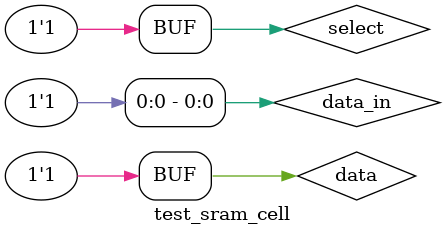
<source format=v>
module test_sram_cell;
   reg data;
   reg select;

   wire [1:0] data_in;
   wire data_out;

   assign data_in[0] = data;
   gate_not inv_data(data_in[1], data);
   sram_cell cell1 (data_out, data_in, select);

   initial
     begin
	$dumpfile("signal_test_sram_cell.vcd");
        $dumpvars;
        $display("\t\ttime, \tdata_out, \tdata, \tselect");
        $monitor("%d \t%b\t\t%b\t%b", $time, data_out, data, select);

	data <= 0;
	select <= 0;
	#10;
	data <= 0;
	select <= 1;
	#10;
	select <= 0;
	data <= 1;
	#10;
	select <= 1;
	#10;
     end

endmodule

</source>
